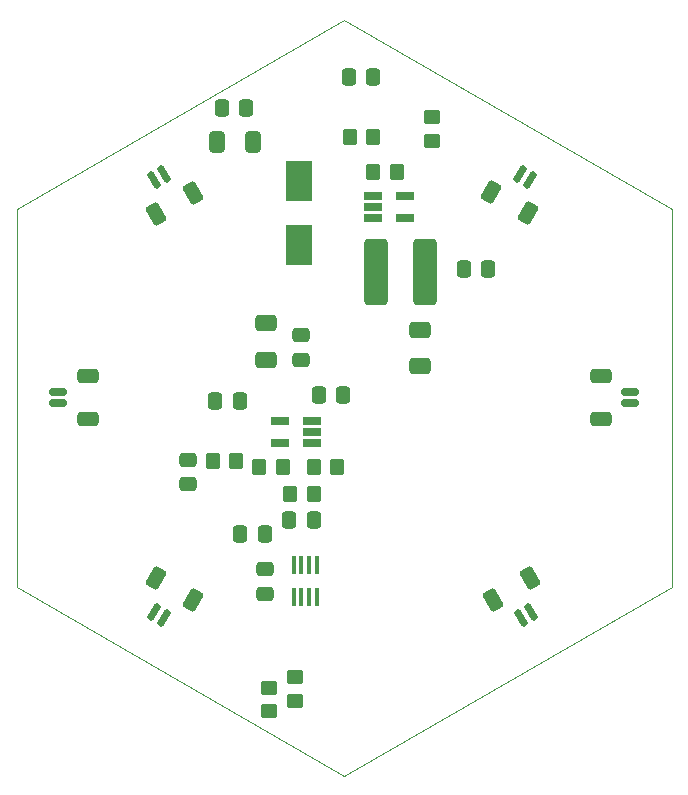
<source format=gbr>
%TF.GenerationSoftware,KiCad,Pcbnew,(6.0.4-0)*%
%TF.CreationDate,2022-05-17T22:44:27+02:00*%
%TF.ProjectId,speaker,73706561-6b65-4722-9e6b-696361645f70,rev?*%
%TF.SameCoordinates,Original*%
%TF.FileFunction,Paste,Bot*%
%TF.FilePolarity,Positive*%
%FSLAX46Y46*%
G04 Gerber Fmt 4.6, Leading zero omitted, Abs format (unit mm)*
G04 Created by KiCad (PCBNEW (6.0.4-0)) date 2022-05-17 22:44:27*
%MOMM*%
%LPD*%
G01*
G04 APERTURE LIST*
G04 Aperture macros list*
%AMRoundRect*
0 Rectangle with rounded corners*
0 $1 Rounding radius*
0 $2 $3 $4 $5 $6 $7 $8 $9 X,Y pos of 4 corners*
0 Add a 4 corners polygon primitive as box body*
4,1,4,$2,$3,$4,$5,$6,$7,$8,$9,$2,$3,0*
0 Add four circle primitives for the rounded corners*
1,1,$1+$1,$2,$3*
1,1,$1+$1,$4,$5*
1,1,$1+$1,$6,$7*
1,1,$1+$1,$8,$9*
0 Add four rect primitives between the rounded corners*
20,1,$1+$1,$2,$3,$4,$5,0*
20,1,$1+$1,$4,$5,$6,$7,0*
20,1,$1+$1,$6,$7,$8,$9,0*
20,1,$1+$1,$8,$9,$2,$3,0*%
G04 Aperture macros list end*
%TA.AperFunction,Profile*%
%ADD10C,0.088304*%
%TD*%
%ADD11RoundRect,0.150000X-0.442404X-0.466266X-0.182596X-0.616266X0.442404X0.466266X0.182596X0.616266X0*%
%ADD12RoundRect,0.250000X-0.628109X-0.387917X-0.021891X-0.737917X0.628109X0.387917X0.021891X0.737917X0*%
%ADD13RoundRect,0.250000X0.412500X0.650000X-0.412500X0.650000X-0.412500X-0.650000X0.412500X-0.650000X0*%
%ADD14RoundRect,0.250000X-0.350000X-0.450000X0.350000X-0.450000X0.350000X0.450000X-0.350000X0.450000X0*%
%ADD15R,0.400000X1.560000*%
%ADD16RoundRect,0.250000X0.350000X0.450000X-0.350000X0.450000X-0.350000X-0.450000X0.350000X-0.450000X0*%
%ADD17RoundRect,0.250000X0.337500X0.475000X-0.337500X0.475000X-0.337500X-0.475000X0.337500X-0.475000X0*%
%ADD18RoundRect,0.150000X-0.182596X0.616266X-0.442404X0.466266X0.182596X-0.616266X0.442404X-0.466266X0*%
%ADD19RoundRect,0.250000X-0.021891X0.737917X-0.628109X0.387917X0.021891X-0.737917X0.628109X-0.387917X0*%
%ADD20R,1.560000X0.650000*%
%ADD21RoundRect,0.250000X0.475000X-0.337500X0.475000X0.337500X-0.475000X0.337500X-0.475000X-0.337500X0*%
%ADD22RoundRect,0.150000X0.182596X-0.616266X0.442404X-0.466266X-0.182596X0.616266X-0.442404X0.466266X0*%
%ADD23RoundRect,0.250000X0.021891X-0.737917X0.628109X-0.387917X-0.021891X0.737917X-0.628109X0.387917X0*%
%ADD24RoundRect,0.250000X0.650000X-0.412500X0.650000X0.412500X-0.650000X0.412500X-0.650000X-0.412500X0*%
%ADD25RoundRect,0.250000X-0.650000X0.412500X-0.650000X-0.412500X0.650000X-0.412500X0.650000X0.412500X0*%
%ADD26RoundRect,0.250000X-0.450000X0.350000X-0.450000X-0.350000X0.450000X-0.350000X0.450000X0.350000X0*%
%ADD27RoundRect,0.150000X0.442404X0.466266X0.182596X0.616266X-0.442404X-0.466266X-0.182596X-0.616266X0*%
%ADD28RoundRect,0.250000X0.628109X0.387917X0.021891X0.737917X-0.628109X-0.387917X-0.021891X-0.737917X0*%
%ADD29RoundRect,0.250000X-0.337500X-0.475000X0.337500X-0.475000X0.337500X0.475000X-0.337500X0.475000X0*%
%ADD30RoundRect,0.300000X-0.700000X2.500000X-0.700000X-2.500000X0.700000X-2.500000X0.700000X2.500000X0*%
%ADD31R,2.300000X3.500000*%
%ADD32RoundRect,0.250000X0.450000X-0.350000X0.450000X0.350000X-0.450000X0.350000X-0.450000X-0.350000X0*%
%ADD33RoundRect,0.250000X-0.475000X0.337500X-0.475000X-0.337500X0.475000X-0.337500X0.475000X0.337500X0*%
%ADD34RoundRect,0.150000X0.625000X-0.150000X0.625000X0.150000X-0.625000X0.150000X-0.625000X-0.150000X0*%
%ADD35RoundRect,0.250000X0.650000X-0.350000X0.650000X0.350000X-0.650000X0.350000X-0.650000X-0.350000X0*%
%ADD36RoundRect,0.150000X-0.625000X0.150000X-0.625000X-0.150000X0.625000X-0.150000X0.625000X0.150000X0*%
%ADD37RoundRect,0.250000X-0.650000X0.350000X-0.650000X-0.350000X0.650000X-0.350000X0.650000X0.350000X0*%
G04 APERTURE END LIST*
D10*
X57987239Y-73149866D02*
X85700040Y-89150019D01*
X85700040Y-25149982D02*
X57987239Y-41149998D01*
X85700040Y-25149982D02*
X85700040Y-25149982D01*
X57987239Y-73149866D02*
X57987239Y-73149866D01*
X85700040Y-89150019D02*
X113412761Y-73149866D01*
X57987239Y-41149998D02*
X57987239Y-41149998D01*
X113412761Y-41149998D02*
X85700040Y-25149982D01*
X113412761Y-41149998D02*
X113412761Y-41149998D01*
X57987239Y-41149998D02*
X57987239Y-73149866D01*
X113412761Y-73149866D02*
X113412761Y-41149998D01*
X113412761Y-73149866D02*
X113412761Y-73149866D01*
D11*
%TO.C,J5*%
X100554487Y-38202516D03*
X101420513Y-38702516D03*
D12*
X98166154Y-39739230D03*
X101283846Y-41539230D03*
%TD*%
D13*
%TO.C,C2*%
X78012500Y-35550000D03*
X74887500Y-35550000D03*
%TD*%
D14*
%TO.C,R2*%
X88150000Y-38050000D03*
X90150000Y-38050000D03*
%TD*%
D15*
%TO.C,U1*%
X83390000Y-74000000D03*
X82740000Y-74000000D03*
X82080000Y-74000000D03*
X81430000Y-74000000D03*
X81430000Y-71300000D03*
X82080000Y-71300000D03*
X82740000Y-71300000D03*
X83390000Y-71300000D03*
%TD*%
D16*
%TO.C,R4*%
X76550000Y-62550000D03*
X74550000Y-62550000D03*
%TD*%
D17*
%TO.C,C12*%
X76837500Y-57450000D03*
X74762500Y-57450000D03*
%TD*%
%TO.C,C3*%
X78987500Y-68700000D03*
X76912500Y-68700000D03*
%TD*%
D18*
%TO.C,J6*%
X101545513Y-75297484D03*
X100679487Y-75797484D03*
D19*
X101408846Y-72460770D03*
X98291154Y-74260770D03*
%TD*%
D20*
%TO.C,OP1*%
X83000000Y-59100000D03*
X83000000Y-60050000D03*
X83000000Y-61000000D03*
X80300000Y-61000000D03*
X80300000Y-59100000D03*
%TD*%
D21*
%TO.C,C6*%
X82000000Y-53957500D03*
X82000000Y-51882500D03*
%TD*%
D14*
%TO.C,R8*%
X81100000Y-65300000D03*
X83100000Y-65300000D03*
%TD*%
D21*
%TO.C,C9*%
X72500000Y-64487500D03*
X72500000Y-62412500D03*
%TD*%
D22*
%TO.C,J2*%
X69604487Y-38752516D03*
X70470513Y-38252516D03*
D23*
X72858846Y-39789230D03*
X69741154Y-41589230D03*
%TD*%
D16*
%TO.C,R3*%
X80500000Y-63050000D03*
X78500000Y-63050000D03*
%TD*%
D24*
%TO.C,C5*%
X79050000Y-53962500D03*
X79050000Y-50837500D03*
%TD*%
D25*
%TO.C,C1*%
X92150000Y-51387500D03*
X92150000Y-54512500D03*
%TD*%
D26*
%TO.C,R7*%
X93100000Y-33400000D03*
X93100000Y-35400000D03*
%TD*%
D27*
%TO.C,J1*%
X70470513Y-75797484D03*
X69604487Y-75297484D03*
D28*
X72858846Y-74260770D03*
X69741154Y-72460770D03*
%TD*%
D14*
%TO.C,R9*%
X83100000Y-63050000D03*
X85100000Y-63050000D03*
%TD*%
%TO.C,R1*%
X86150000Y-35050000D03*
X88150000Y-35050000D03*
%TD*%
D20*
%TO.C,U2*%
X88150000Y-41950000D03*
X88150000Y-41000000D03*
X88150000Y-40050000D03*
X90850000Y-40050000D03*
X90850000Y-41950000D03*
%TD*%
D29*
%TO.C,C10*%
X83562500Y-56950000D03*
X85637500Y-56950000D03*
%TD*%
D30*
%TO.C,L1*%
X88350000Y-46550000D03*
X92500000Y-46550000D03*
%TD*%
D31*
%TO.C,D1*%
X81900000Y-38850000D03*
X81900000Y-44250000D03*
%TD*%
D29*
%TO.C,C7*%
X86062500Y-30000000D03*
X88137500Y-30000000D03*
%TD*%
D32*
%TO.C,R5*%
X81550000Y-82800000D03*
X81550000Y-80800000D03*
%TD*%
D29*
%TO.C,C8*%
X81062500Y-67550000D03*
X83137500Y-67550000D03*
%TD*%
%TO.C,C11*%
X95812500Y-46250000D03*
X97887500Y-46250000D03*
%TD*%
D33*
%TO.C,C4*%
X79000000Y-71662500D03*
X79000000Y-73737500D03*
%TD*%
D34*
%TO.C,J3*%
X61475000Y-57650000D03*
X61475000Y-56650000D03*
D35*
X64000000Y-58950000D03*
X64000000Y-55350000D03*
%TD*%
D17*
%TO.C,C13*%
X77387500Y-32600000D03*
X75312500Y-32600000D03*
%TD*%
D32*
%TO.C,R6*%
X79300000Y-83700000D03*
X79300000Y-81700000D03*
%TD*%
D36*
%TO.C,J4*%
X109925000Y-56650000D03*
X109925000Y-57650000D03*
D37*
X107400000Y-58950000D03*
X107400000Y-55350000D03*
%TD*%
M02*

</source>
